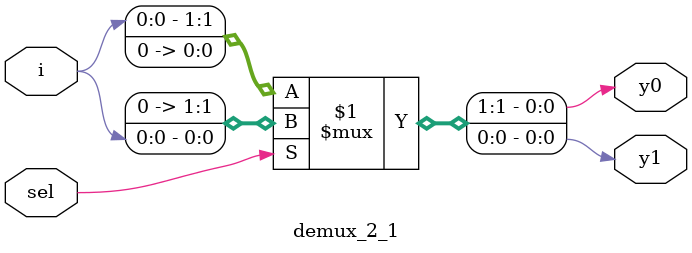
<source format=v>
module demux_2_1(
input sel,
input i,
output y0, y1);
assign {y0,y1} = sel?{1'b0,i}: {i,1'b0};
endmodule

</source>
